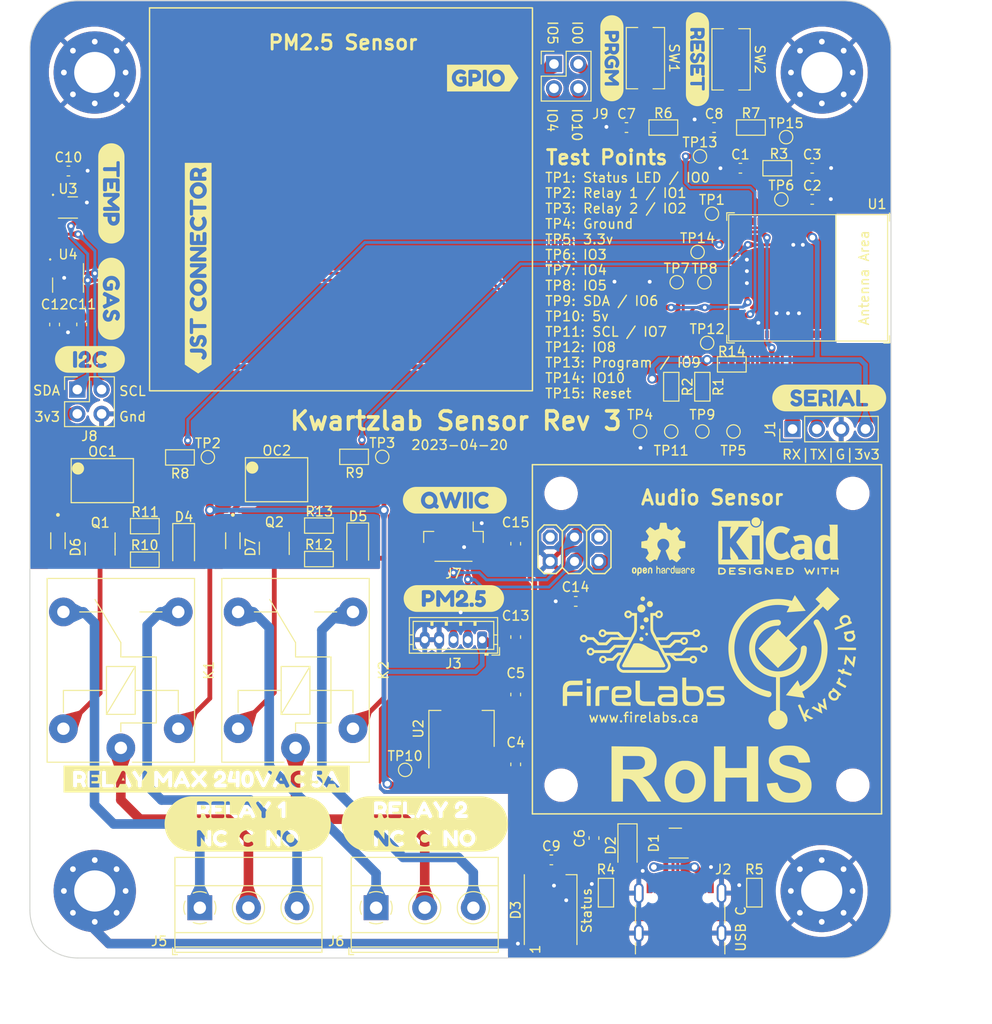
<source format=kicad_pcb>
(kicad_pcb (version 20221018) (generator pcbnew)
  (title_block (title "Kwartzlab Environmental Sensor") (date "2023-04-20") (rev "3") (company "Created By: Erin Reed (FireLabs - www.firelabs.ca)"))
  (layers (0 "F.Cu" signal) (31 "B.Cu" signal) (34 "B.Paste" user) (35 "F.Paste" user) (36 "B.SilkS" user "B.Silkscreen") (37 "F.SilkS" user "F.Silkscreen") (38 "B.Mask" user) (39 "F.Mask" user) (44 "Edge.Cuts" user))
  (net 0 "")
  (net 1 "GND")
  (net 2 "RESET")
  (net 3 "+3V3")
  (net 4 "+5V")
  (net 5 "Net-(C7-Pad2)")
  (net 6 "/USB_DP")
  (net 7 "/USB_DN")
  (net 8 "VBUS")
  (net 9 "/Status LED/D_OUT")
  (net 10 "Net-(C8-Pad2)")
  (net 11 "/USB C Connector/USB_CC1")
  (net 12 "STATUS")
  (net 13 "/Output Relays/RELAY1_STATUS_LED")
  (net 14 "/Output Relays/RELAY2_STATUS_LED")
  (net 15 "SDA")
  (net 16 "SCL")
  (net 17 "/Output Relays/RELAY1_EN")
  (net 18 "/Output Relays/RELAY2_EN")
  (net 21 "/Output Relays/RELAY1_NC")
  (net 26 "/Output Relays/RELAY1_COM")
  (net 28 "/Output Relays/RELAY1_NO")
  (net 29 "/Output Relays/RELAY2_NC")
  (net 34 "/RX")
  (net 35 "/TX")
  (net 40 "/Output Relays/RELAY2_COM")
  (net 41 "/Output Relays/RELAY2_NO")
  (net 42 "Net-(OC1-Pad1)")
  (net 43 "Net-(OC1-Pad3)")
  (net 44 "BOOT")
  (net 45 "RELAY1")
  (net 46 "RELAY2")
  (net 47 "GPIO3")
  (net 48 "GPIO4")
  (net 49 "GPIO5")
  (net 50 "GPIO8")
  (net 51 "GPIO10")
  (net 52 "/USB C Connector/USB_CC2")
  (net 57 "Net-(OC2-Pad1)")
  (net 58 "Net-(OC2-Pad3)")
  (net 59 "Net-(Q1-B)")
  (net 60 "Net-(Q2-B)")
  (footprint "Connector_PinHeader_2.54mm:PinHeader_2x02_P2.54mm_Vertical" (layer "F.Cu") (at 95 99.27)
    (fp_text reference "J8")
    (fp_text value "Conn_02x02_Odd_Even")
  )
  (footprint "Button_Switch_SMD:SW_Tactile_SPST_NO_Straight_CK_PTS636Sx25SMTRLFS" (layer "F.Cu") (at 154.35 64.65 -90)
    (fp_text reference "SW1")
    (fp_text value "SW_Push")
  )
  (footprint "Capacitor_SMD:C_0603_1608Metric" (layer "F.Cu") (at 152.375 71.9)
    (fp_text reference "C7")
    (fp_text value "0.1uF / 50v (10%) (NC)")
  )
  (footprint "MountingHole:MountingHole_4.3mm_M4_Pad_Via" (layer "F.Cu") (at 172.782188 66.15)
    (fp_text reference "H3" hide)
    (fp_text value "M4" hide)
  )
  (footprint "MountingHole:MountingHole_4.3mm_M4_Pad_Via" (layer "F.Cu") (at 96.825 151.65)
    (fp_text reference "H1" hide)
    (fp_text value "M4" hide)
  )
  (footprint "PCM_Resistor_SMD_AKL:R_0603_1608Metric" (layer "F.Cu") (at 120.245 113.48 180)
    (fp_text reference "R13")
    (fp_text value "470 (1%)" hide)
  )
  (footprint "Connector_PinHeader_2.54mm:PinHeader_1x04_P2.54mm_Vertical" (layer "F.Cu") (at 169.72 103.4 90)
    (fp_text reference "J1")
    (fp_text value "Serial Interface")
  )
  (footprint "TestPoint:TestPoint_Pad_D1.0mm" (layer "F.Cu") (at 161.3 80.9)
    (fp_text reference "TP1")
    (fp_text value "Status")
  )
  (footprint "MountingHole:MountingHole_4.3mm_M4_Pad_Via" (layer "F.Cu") (at 96.825 66.15)
    (fp_text reference "H4" hide)
    (fp_text value "M4")
  )
  (footprint "Package_TO_SOT_SMD:SOT-23" (layer "F.Cu") (at 115.58 115.8525 -90)
    (fp_text reference "Q2")
    (fp_text value "MMBT3904")
  )
  (footprint "Symbol:OSHW-Logo2_7.3x6mm_SilkScreen" (layer "F.Cu") (at 156.22 115.94)
    (fp_text reference "REF**" hide)
    (fp_text value "OSHW-Logo2_7.3x6mm_SilkScreen" hide)
  )
  (footprint "kibuzzard-64420C16" (layer "F.Cu") (at 98.56 78.779914 -90)
    (fp_text reference "kibuzzard-64420C16" hide)
    (fp_text value "G***" hide)
  )
  (footprint "Connector_JST:JST_ZH_B5B-ZR_1x05_P1.50mm_Vertical" (layer "F.Cu") (at 137.3 125.4 180)
    (fp_text reference "J3")
    (fp_text value "PM2.5 Sensor")
  )
  (footprint "Symbol:RoHS-Logo_6mm_SilkScreen" (layer "F.Cu") (at 161.271137 139.428748)
    (fp_text reference "REF**" hide)
    (fp_text value "RoHS-Logo_6mm_SilkScreen" hide)
  )
  (footprint "Espressif:ESP32-C3-MINI-1" (layer "F.Cu") (at 171.35 87.6 -90)
    (fp_text reference "U1")
    (fp_text value "ESP32-C3-MINI-1")
  )
  (footprint "PCM_Resistor_SMD_AKL:R_0603_1608Metric" (layer "F.Cu") (at 150.23 151.825 -90)
    (fp_text reference "R4")
    (fp_text value "5.11k" hide)
  )
  (footprint "Relay_THT:Relay_SPDT_Finder_36.11" (layer "F.Cu") (at 117.8 136.7 90)
    (fp_text reference "K2")
    (fp_text value "5v Relay")
  )
  (footprint "Capacitor_SMD:C_0603_1608Metric" (layer "F.Cu") (at 171.775 79.4)
    (fp_text reference "C2")
    (fp_text value "10uF / 25v (20%)")
  )
  (footprint "LOGO" (layer "F.Cu") (at 168.2 126.35)
    (fp_text reference "G***" hide)
    (fp_text value "LOGO" hide)
  )
  (footprint "MountingHole:MountingHole_4.3mm_M4_Pad_Via" (layer "F.Cu") (at 172.769581 151.65)
    (fp_text reference "H2" hide)
    (fp_text value "M4" hide)
  )
  (footprint "kibuzzard-644479D4" (layer "F.Cu") (at 108.51 139.96)
    (fp_text reference "kibuzzard-644479D4" hide)
    (fp_text value "G***" hide)
  )
  (footprint "kibuzzard-64420E8B" (layer "F.Cu") (at 107.63 86.59 90)
    (fp_text reference "kibuzzard-64420E8B" hide)
    (fp_text value "G***" hide)
  )
  (footprint "Capacitor_SMD:C_0603_1608Metric" (layer "F.Cu") (at 147.075 121.4 180)
    (fp_text reference "C14")
    (fp_text value "10uF / 25v (20%)")
  )
  (footprint "PCM_Resistor_SMD_AKL:R_0603_1608Metric" (layer "F.Cu") (at 160.3 98.975 -90)
    (fp_text reference "R1")
    (fp_text value "5.1k (1%)" hide)
  )
  (footprint "Capacitor_SMD:C_0603_1608Metric" (layer "F.Cu") (at 94.075 76.441017)
    (fp_text reference "C10")
    (fp_text value "10uF / 25v (20%)")
  )
  (footprint "kibuzzard-64420C1B" (layer "F.Cu") (at 98.55521 89.785179 -90)
    (fp_text reference "kibuzzard-64420C1B" hide)
    (fp_text value "G***" hide)
  )
  (footprint "TerminalBlock_Phoenix:TerminalBlock_Phoenix_MKDS-1,5-3-5.08_1x03_P5.08mm_Horizontal" (layer "F.Cu") (at 126.215 153.4)
    (fp_text reference "J6")
    (fp_text value "Screw_Terminal_01x03")
  )
  (footprint "TestPoint:TestPoint_Pad_D1.0mm" (layer "F.Cu") (at 129.25 139)
    (fp_text reference "TP10")
    (fp_text value "5V")
  )
  (footprint "Capacitor_SMD:C_0603_1608Metric" (layer "F.Cu") (at 140.8 115.375 90)
    (fp_text reference "C15")
    (fp_text value "10uF / 25v (20%)")
  )
  (footprint "LED_SMD:LED_WS2812B_PLCC4_5.0x5.0mm_P3.2mm" (layer "F.Cu") (at 144.45 153.6 90)
    (fp_text reference "D3")
    (fp_text value "WS2812B")
  )
  (footprint "Capacitor_SMD:C_0603_1608Metric" (layer "F.Cu") (at 140.8 125.125 90)
    (fp_text reference "C13")
    (fp_text value "10uF / 25v (20%)")
  )
  (footprint "Symbol:KiCad-Logo2_5mm_SilkScreen" (layer "F.Cu") (at 168.24 115.6)
    (fp_text reference "REF**" hide)
    (fp_text value "KiCad-Logo2_5mm_SilkScreen" hide)
  )
  (footprint "PCM_Resistor_SMD_AKL:R_0603_1608Metric" (layer "F.Cu") (at 165.73 151.825 -90)
    (fp_text reference "R5")
    (fp_text value "5.11k" hide)
  )
  (footprint "TestPoint:TestPoint_Pad_D1.0mm" (layer "F.Cu") (at 160.3 103.65 90)
    (fp_text reference "TP9")
    (fp_text value "SDA")
  )
  (footprint "LL4148:DIO_LL4148" (layer "F.Cu") (at 92.98 115.062 -90)
    (fp_text reference "D6")
    (fp_text value "LL4148")
  )
  (footprint "Button_Switch_SMD:SW_Tactile_SPST_NO_Straight_CK_PTS636Sx25SMTRLFS" (layer "F.Cu") (at 163.3 64.775 -90)
    (fp_text reference "SW2")
    (fp_text value "SW_Push")
  )
  (footprint "Capacitor_SMD:C_0603_1608Metric" (layer "F.Cu") (at 140.8 131.125 90)
    (fp_text reference "C5")
    (fp_text value "10uF / 25v (20%)")
  )
  (footprint "TestPoint:TestPoint_Pad_D1.0mm" (layer "F.Cu") (at 153.8 103.65 90)
    (fp_text reference "TP4")
    (fp_text value "GND")
  )
  (footprint "PCM_Resistor_SMD_AKL:R_0603_1608Metric" (layer "F.Cu") (at 165.375 71.9)
    (fp_text reference "R7")
    (fp_text value "100" hide)
  )
  (footprint "Diode_SMD:D_SOD-123" (layer "F.Cu") (at 152.48 147 -90)
    (fp_text reference "D2")
    (fp_text value "1N5819HW-7-F")
  )
  (footprint "PCM_Resistor_SMD_AKL:R_0603_1608Metric" (layer "F.Cu") (at 102.055 117.04 180)
    (fp_text reference "R10")
    (fp_text value "1k (1%)" hide)
  )
  (footprint "TestPoint:TestPoint_Pad_D1.0mm" (layer "F.Cu") (at 126.86 106.3)
    (fp_text reference "TP3")
    (fp_text value "Relay 2")
  )
  (footprint "Capacitor_SMD:C_0603_1608Metric" (layer "F.Cu") (at 164.275 76.15)
    (fp_text reference "C1")
    (fp_text value "1uF / 16v (10%)")
  )
  (footprint "Connector_JST:JST_SH_BM04B-SRSS-TB_1x04-1MP_P1.00mm_Vertical" (layer "F.Cu") (at 134.3 115.2 180)
    (fp_text reference "J7")
    (fp_text value "Qwiic Connector")
  )
  (footprint "Capacitor_SMD:C_0603_1608Metric" (layer "F.Cu") (at 161.525 71.9)
    (fp_text reference "C8")
    (fp_text value "0.1uF / 50v (10%) (NC)")
  )
  (footprint "PCM_Resistor_SMD_AKL:R_0603_1608Metric" (layer "F.Cu") (at 163.375 96.64)
    (fp_text reference "R14")
    (fp_text value "10k (1%)" hide)
  )
  (footprint "TestPoint:TestPoint_Pad_D1.0mm" (layer "F.Cu") (at 160.05 74.9)
    (fp_text reference "TP13")
    (fp_text value "Program")
  )
  (footprint "LTV-816S:SMD4-2.54-4.6X6.5MM" (layer "F.Cu") (at 97.615 108.785 -90)
    (fp_text reference "OC1")
    (fp_text value "APC-817A1")
  )
  (footprint "TestPoint:TestPoint_Pad_D1.0mm" (layer "F.Cu") (at 168.55 79.4)
    (fp_text reference "TP6")
    (fp_text value "GPIO3")
  )
  (footprint "TerminalBlock_Phoenix:TerminalBlock_Phoenix_MKDS-1,5-3-5.08_1x03_P5.08mm_Horizontal" (layer "F.Cu") (at 107.8 153.4)
    (fp_text reference "J5")
    (fp_text value "Screw_Terminal_01x03")
  )
  (footprint "LTV-816S:SMD4-2.54-4.6X6.5MM" (layer "F.Cu") (at 115.82 108.69 -90)
    (fp_text reference "OC2")
    (fp_text value "APC-817A1")
  )
  (footprint "kibuzzard-64420C54" (layer "F.Cu") (at 131.3 144.65)
    (fp_text reference "kibuzzard-64420C54" hide)
    (fp_text value "G***" hide)
  )
  (footprint "Zio Loudness Sensor:zio_loudness_sensor" (layer "F.Cu") (at 147.062928 115.954144 180)
    (fp_text reference "J4" hide)
    (fp_text value "Zio Loudness Sensor")
  )
  (footprint "kibuzzard-64420A6A" (layer "F.Cu") (at 96.32 96.12)
    (fp_text reference "kibuzzard-64420A6A" hide)
    (fp_text value "G***" hide)
  )
  (footprint "PCM_Resistor_SMD_AKL:R_0603_1608Metric" (layer "F.Cu") (at 120.245 116.98 180)
    (fp_text reference "R12")
    (fp_text value "1k (1%)" hide)
  )
  (footprint "kibuzzard-644209FA" (layer "F.Cu") (at 134.44 110.83)
    (fp_text reference "kibuzzard-644209FA" hide)
    (fp_text value "G***" hide)
  )
  (footprint "LL4148:DIO_LL4148" (layer "F.Cu") (at 111.252 115.062 -90)
    (fp_text reference "D7")
    (fp_text value "LL4148")
  )
  (footprint "kibuzzard-64420A01" (layer "F.Cu") (at 134.34 121.1)
    (fp_text reference "kibuzzard-64420A01" hide)
    (fp_text value "G***" hide)
  )
  (footprint "TestPoint:TestPoint_Pad_D1.0mm" (layer "F.Cu") (at 157.05 103.65 90)
    (fp_text reference "TP11")
    (fp_text value "SCL")
  )
  (footprint "kibuzzard-64444232" (layer "F.Cu") (at 137.36 66.73)
    (fp_text reference "kibuzzard-64444232" hide)
    (fp_text value "G***" hide)
  )
  (footprint "kibuzzard-64420CCA" (layer "F.Cu") (at 150.85 64.66 -90)
    (fp_text reference "kibuzzard-64420CCA" hide)
    (fp_text value "G***" hide)
  )
  (footprint "TestPoint:TestPoint_Pad_D1.0mm" (layer "F.Cu") (at 159.8 84.9)
    (fp_text reference "TP14")
    (fp_text value "GPIO10")
  )
  (footprint "Capacitor_SMD:C_0603_1608Metric" (layer "F.Cu") (at 171.775 76.15)
    (fp_text reference "C3")
    (fp_text value "0.1uF / 50v (10%)")
  )
  (footprint "Package_LGA:Bosch_LGA-8_3x3mm_P0.8mm_ClockwisePinNumbering" (layer "F.Cu") (at 94.032481 87.609368)
    (fp_text reference "U4")
    (fp_text value "BME688")
  )
  (footprint "TestPoint:TestPoint_Pad_D1.0mm" (layer "F.Cu") (at 160.51 88.06)
    (fp_text reference "TP8")
    (fp_text value "GPIO5")
  )
  (footprint "LED_SMD:LED_1206_3216Metric" (layer "F.Cu") (at 106.11 115.5525 -90)
    (fp_text reference "D4")
    (fp_text value "LED")
  )
  (footprint "TestPoint:TestPoint_Pad_D1.0mm" (layer "F.Cu") (at 163.55 103.65 90)
    (fp_text reference "TP5")
    (fp_text value "3V3")
  )
  (footprint "TestPoint:TestPoint_Pad_D1.0mm" (layer "F.Cu") (at 160.8 94.4)
    (fp_text reference "TP12")
    (fp_text value "GPIO8")
  )
  (footprint "Capacitor_SMD:C_0603_1608Metric" (layer "F.Cu") (at 148.98 146.125 -90)
    (fp_text reference "C6")
    (fp_text value "10uF / 25v (20%)")
  )
  (footprint "Connector_USB:USB_C_Receptacle_GCT_USB4105-xx-A_16P_TopMnt_Horizontal" (layer "F.Cu") (at 157.98 154.975)
    (fp_text reference "J2")
    (fp_text value "USB_C_Receptacle_USB2.0")
  )
  (footprint "Connector_PinHeader_2.54mm:PinHeader_2x02_P2.54mm_Vertical" (layer "F.Cu") (at 144.8 65.26)
    (fp_text reference "J9")
    (fp_text value "Conn_02x02_Odd_Even")
  )
  (footprint "PCM_Resistor_SMD_AKL:R_0603_1608Metric" (layer "F.Cu") (at 157.05 98.975 -90)
    (fp_text reference "R2")
    (fp_text value "5.1k (1%)" hide)
  )
  (footprint "PCM_Resistor_SMD_AKL:R_0603_1608Metric" (layer "F.Cu") (at 102.055 113.54 180)
    (fp_text reference "R11")
    (fp_text value "470 (1%)" hide)
  )
  (footprint "Sensor_Humidity:Sensirion_DFN-4-1EP_2x2mm_P1mm_EP0.7x1.6mm" (layer "F.Cu") (at 94.025 80.253517)
    (fp_text reference "U3")
    (fp_text value "SHTC3")
  )
  (footprint "PCM_Resistor_SMD_AKL:R_0603_1608Metric" (layer "F.Cu") (at 123.915 106.3 180)
    (fp_text reference "R9")
    (fp_text value "1k (1%)" hide)
  )
  (footprint "PCM_Resistor_SMD_AKL:R_0603_1608Metric" (layer "F.Cu") (at 105.725 106.36 180)
    (fp_text reference "R8")
    (fp_text value "1k (1%)" hide)
  )
  (footprint "TestPoint:TestPoint_Pad_D1.0mm" (layer "F.Cu") (at 169.05 72.9)
    (fp_text reference "TP15")
    (fp_text value "Reset")
  )
  (footprint "Package_TO_SOT_SMD:SOT-223-3_TabPin2" (layer "F.Cu") (at 135.14 134.7 90)
    (fp_text reference "U2")
    (fp_text value "AMS1117-3.3")
  )
  (footprint "LED_SMD:LED_1206_3216Metric" (layer "F.Cu") (at 124.3 115.4925 -90)
    (fp_text reference "D5")
    (fp_text value "LED")
  )
  (footprint "kibuzzard-64420C24" (layer "F.Cu") (at 173.55 100.15)
    (fp_text reference "kibuzzard-64420C24" hide)
    (fp_text value "G***" hide)
  )
  (footprint "Package_TO_SOT_SMD:SOT-143" (layer "F.Cu") (at 157.48 146.65 180)
    (fp_text reference "D1")
    (fp_text value "SP0503BAHT")
  )
  (footprint "Capacitor_SMD:C_0603_1608Metric" (layer "F.Cu") (at 140.8 138.425 90)
    (fp_text reference "C4")
    (fp_text value "10uF / 25v (20%)")
  )
  (footprint "" (layer "F.Cu") (at 92.98 113.112)
    (fp_text reference "")
    (fp_text value "")
  )
  (footprint "PCM_Resistor_SMD_AKL:R_0603_1608Metric" (layer "F.Cu") (at 156.225 71.9)
    (fp_text reference "R6")
    (fp_text value "100" hide)
  )
  (footprint "Package_TO_SOT_SMD:SOT-23" (layer "F.Cu") (at 97.39 115.9125 -90)
    (fp_text reference "Q1")
    (fp_text value "MMBT3904")
  )
  (footprint "Relay_THT:Relay_SPDT_Finder_36.11" (layer "F.Cu") (at 99.55 136.7 90)
    (fp_text reference "K1")
    (fp_text value "5v Relay")
  )
  (footprint "Capacitor_SMD:C_0603_1608Metric" (layer "F.Cu") (at 95.457758 92.465 -90)
    (fp_text reference "C11")
    (fp_text value "10uF / 25v (20%)")
  )
  (footprint "Capacitor_SMD:C_0603_1608Metric" (layer "F.Cu") (at 144.525 148.4)
    (fp_text reference "C9")
    (fp_text value "10uF / 25v (20%)")
  )
  (footprint "kibuzzard-64420C5E" (layer "F.Cu") (at 112.8 144.65)
    (fp_text reference "kibuzzard-64420C5E" hide)
    (fp_text value "G***" hide)
  )
  (footprint "TestPoint:TestPoint_Pad_D1.0mm" (layer "F.Cu") (at 157.62 88.06)
    (fp_text reference "TP7")
    (fp_text value "GPIO4")
  )
  (footprint "LOGO" (layer "F.Cu") (at 154.17 126.6)
    (fp_text reference "G***" hide)
    (fp_text value "LOGO" hide)
  )
  (footprint "TestPoint:TestPoint_Pad_D1.0mm" (layer "F.Cu") (at 108.64 106.33)
    (fp_text reference "TP2")
    (fp_text value "Relay 1")
  )
  (footprint "PCM_Resistor_SMD_AKL:R_0603_1608Metric" (layer "F.Cu") (at 168.125 76.15 180)
    (fp_text reference "R3")
    (fp_text value "10k (1%)" hide)
  )
  (footprint "kibuzzard-64420CBE" (layer "F.Cu") (at 159.79 64.76 -90)
    (fp_text reference "kibuzzard-64420CBE" hide)
    (fp_text value "G***" hide)
  )
  (footprint "Capacitor_SMD:C_0603_1608Metric" (layer "F.Cu") (at 92.627758 92.475 -90)
    (fp_text reference "C12")
    (fp_text value "10uF / 25v (20%)")
  )
  (gr_rect (start 102.55 59.4) (end 142.55 99.4) (stroke (width 0.15)) (fill none) (layer "F.SilkS"))
  (gr_arc (start 180.007188 153.65) (mid 178.542721 157.18553) (end 175.007188 158.65) (stroke (width 0.1)) (layer "Edge.Cuts"))
  (gr_arc (start 90.05 63.65) (mid 91.514466 60.114466) (end 95.05 58.65) (stroke (width 0.1)) (layer "Edge.Cuts"))
  (gr_line (start 175.007188 158.65) (end 95.05 158.65) (stroke (width 0.1)) (layer "Edge.Cuts"))
  (gr_arc (start 175.007188 58.65) (mid 178.54273 60.114462) (end 180.007188 63.65) (stroke (width 0.1)) (layer "Edge.Cuts"))
  (gr_line (start 180.007188 63.65) (end 180.007188 153.65) (stroke (width 0.1)) (layer "Edge.Cuts"))
  (gr_line (start 90.05 153.65) (end 90.05 63.65) (stroke (width 0.1)) (layer "Edge.Cuts"))
  (gr_arc (start 95.05 158.65) (mid 91.514466 157.185534) (end 90.05 153.65) (stroke (width 0.1)) (layer "Edge.Cuts"))
  (gr_line (start 95.05 58.65) (end 175.007188 58.65) (stroke (width 0.1)) (layer "Edge.Cuts"))
  (gr_text "PM2.5 Sensor" (at 114.8 63.9) (layer "F.SilkS") (effects (font (size 1.5 1.5) (thickness 0.3) bold) (justify left bottom)))
  (gr_text "IO10" (at 146.6 69.80467 270) (layer "F.SilkS") (effects (font (size 1 1)) (justify left bottom)))
  (gr_text "SDA\n" (at 90.29 99.96001) (layer "F.SilkS") (effects (font (size 1 1)) (justify left bottom)))
  (gr_text "USB C" (at 164.91 158.1 90) (layer "F.SilkS") (effects (font (size 1 1)) (justify left bottom)))
  (gr_text "Audio Sensor" (at 153.732928 111.434144) (layer "F.SilkS") (effects (font (size 1.5 1.5) (thickness 0.3) bold) (justify left bottom)))
  (gr_text "IO5" (at 144.06 60.665067 270) (layer "F.SilkS") (effects (font (size 1 1)) (justify left bottom)))
  (gr_text "Kwartzlab Sensor Rev 3" (at 134.55 103.65) (layer "F.SilkS") (effects (font (size 1.9 1.9) (thickness 0.38) bold) (justify bottom)))
  (gr_text "www.firelabs.ca" (at 148.327387 134.11) (layer "F.SilkS") (effects (font (size 1 1)) (justify left bottom)))
  (gr_text "2023-04-20" (at 129.8 105.65) (layer "F.SilkS") (effects (font (size 1 1)) (justify left bottom)))
  (gr_text "Status" (at 148.8 156.15 90) (layer "F.SilkS") (effects (font (size 1 1)) (justify left bottom)))
  (gr_text "IO0" (at 146.64 60.665067 270) (layer "F.SilkS") (effects (font (size 1 1)) (justify left bottom)))
  (gr_text "IO4" (at 144.02 69.80467 270) (layer "F.SilkS") (effects (font (size 1 1)) (justify left bottom)))
  (gr_text "SCL" (at 99.29 100.017603) (layer "F.SilkS") (effects (font (size 1 1)) (justify left bottom)))
  (gr_text "Gnd" (at 99.28 102.687603) (layer "F.SilkS") (effects (font (size 1 1)) (justify left bottom)))
  (gr_text "RX|TX|G|3v3" (at 168.55 106.65) (layer "F.SilkS") (effects (font (size 1 1)) (justify left bottom)))
  (gr_text "TP1: Status LED / IO0\nTP2: Relay 1 / IO1\nTP3: Relay 2 / IO2\nTP4: Ground\nTP5: 3.3v\nTP6: IO3\nTP7: IO4\nTP8: IO5\nTP9: SDA / IO6\nTP10: 5v\nTP11: SCL / IO7\nTP12: IO8\nTP13: Program / IO9\nTP14: IO10\nTP15: Reset" (at 143.79 100.26) (layer "F.SilkS") (effects (font (size 1 1)) (justify left bottom)))
  (gr_text "Test Points" (at 143.8 75.9) (layer "F.SilkS") (effects (font (size 1.5 1.5) (thickness 0.3) bold) (justify left bottom)))
  (gr_text "3v3" (at 90.43 102.71001) (layer "F.SilkS") (effects (font (size 1 1)) (justify left bottom)))
  (segment (start 96.825 155.675) (end 96.825 151.65) (width 1) (layer "F.Cu") (net 1))
  (segment (start 98.3 157.15) (end 96.825 155.675) (width 1) (layer "F.Cu") (net 1))
  (segment (start 98.3 157.15) (end 141.03 157.15) (width 1) (layer "F.Cu") (net 1))
  (via (at 94.03 93.29) (size 0.8) (drill 0.4) (layers "F.Cu" "B.Cu") (net 1))
  (via (at 170.4 91.3) (size 0.8) (drill 0.4) (layers "F.Cu" "B.Cu") (net 1))
  (via (at 141.03 157.15) (size 0.8) (drill 0.4) (layers "F.Cu" "B.Cu") (net 1))
  (via (at 169.25 91.3) (size 0.8) (drill 0.4) (layers "F.Cu" "B.Cu") (net 1))
  (via (at 144.98 121.39) (size 0.8) (drill 0.4) (layers "F.Cu" "B.Cu") (net 1))
  (via (at 173.75 76.13) (size 0.8) (drill 0.4) (layers "F.Cu" "B.Cu") (net 1))
  (via (at 159.49 71.05) (size 0.8) (drill 0.4) (layers "F.Cu" "B.Cu") (net 1))
  (via (at 153.84 105.36) (size 0.8) (drill 0.4) (layers "F.Cu" "B.Cu") (net 1))
  (via (at 144.8 151.09) (size 0.8) (drill 0.4) (layers "F.Cu" "B.Cu") (net 1))
  (via (at 161.2 149.15) (size 0.8) (drill 0.4) (layers "F.Cu" "B.Cu") (net 1))
  (via (at 96 79.73) (size 0.8) (drill 0.4) (layers "F.Cu" "B.Cu") (net 1))
  (via (at 168.05 91.3) (size 0.8) (drill 0.4) (layers "F.Cu" "B.Cu") (net 1))
  (via (at 162.19 76.15) (size 0.8) (drill 0.4) (layers "F.Cu" "B.Cu") (net 1))
  (via (at 170.8 84.15) (size 0.8) (drill 0.4) (layers "F.Cu" "B.Cu") (net 1))
  (via (at 93.63 87.6) (size 0.8) (drill 0.4) (layers "F.Cu" "B.Cu") (net 1))
  (via (at 150.28 71.83) (size 0.8) (drill 0.4) (layers "F.Cu" "B.Cu") (net 1))
  (via (at 154.07 149.55) (size 0.8) (drill 0.4) (layers "F.Cu" "B.Cu") (net 1))
  (via (at 154.8 88.01) (size 0.8) (drill 0.4) (layers "F.Cu" "B.Cu") (net 1))
  (via (at 164.95 86.9) (size 0.8) (drill 0.4) (layers "F.Cu" "B.Cu") (net 1))
  (via (at 166.15 92.3) (size 0.8) (drill 0.4) (layers "F.Cu" "B.Cu") (net 1))
  (via (at 135.41 115.73) (size 0.8) (drill 0.4) (layers "F.Cu" "B.Cu") (net 1))
  (via (at 164.95 85.7) (size 0.8) (drill 0.4) (layers "F.Cu" "B.Cu") (net 1))
  (via (at 148.75 150.92) (size 0.8) (drill 0.4) (layers "F.Cu" "B.Cu") (net 1))
  (via (at 96.08 76.41) (size 0.8) (drill 0.4) (layers "F.Cu" "B.Cu") (net 1))
  (via (at 164.15 151.04) (size 0.8) (drill 0.4) (layers "F.Cu" "B.Cu") (net 1))
  (via (at 137.25 113.23) (size 0.8) (drill 0.4) (layers "F.Cu" "B.Cu") (net 1))
  (via (at 146.08 152.62) (size 0.8) (drill 0.4) (layers "F.Cu" "B.Cu") (net 1))
  (via (at 169.8 84.15) (size 0.8) (drill 0.4) (layers "F.Cu" "B.Cu") (net 1))
  (via (at 173.72 79.38) (size 0.8) (drill 0.4) (layers "F.Cu" "B.Cu") (net 1))
  (via (at 164.95 88.15) (size 0.8) (drill 0.4) (layers "F.Cu" "B.Cu") (net 1))
  (via (at 135.05 122.54) (size 0.8) (drill 0.4) (layers "F.Cu" "B.Cu") (net 1))
  (via (at 151.12 88) (size 0.8) (drill 0.4) (layers "F.Cu" "B.Cu") (net 1))
  (segment (start 96.825 155.675) (end 96.825 151.65) (width 1) (layer "B.Cu") (net 1))
  (segment (start 98.3 157.15) (end 96.825 155.675) (width 1) (layer "B.Cu") (net 1))
  (segment (start 141.03 157.15) (end 98.3 157.15) (width 1) (layer "B.Cu") (net 1))
  (segment (start 166.22 71.92) (end 166.22 72.82) (width 0.3) (layer "F.Cu") (net 2))
  (segment (start 167.05 79.9) (end 166.22 79.07) (width 0.3) (layer "F.Cu") (net 2))
  (segment (start 166.22 79.07) (end 166.22 76.23) (width 0.3) (layer "F.Cu") (net 2))
  (segment (start 166.3 76.15) (end 167.3 76.15) (width 0.3) (layer "F.Cu") (net 2))
  (segment (start 166.22 76.23) (end 166.3 76.15) (width 0.3) (layer "F.Cu") (net 2))
  (segment (start 166.22 72.82) (end 166.3 72.9) (width 0.3) (layer "F.Cu") (net 2))
  (segment (start 166.22 76.07) (end 166.3 76.15) (width 0.3) (layer "F.Cu") (net 2))
  (segment (start 169.05 72.9) (end 166.3 72.9) (width 0.3) (layer "F.Cu") (net 2))
  (segment (start 165.05 76.15) (end 166.3 76.15) (width 0.3) (layer "F.Cu") (net 2))
  (segment (start 167.05 81.7) (end 167.05 79.9) (width 0.3) (layer "F.Cu") (net 2))
  (segment (start 166.22 72.82) (end 166.22 76.07) (width 0.3) (layer "F.Cu") (net 2))
  (segment (start 160.8 96.15) (end 160.3 96.65) (width 0.5) (layer "F.Cu") (net 3))
  (segment (start 94.432481 88.796868) (end 94.432481 89.712481) (width 0.5) (layer "F.Cu") (net 3))
  (segment (start 163.55 110.05) (end 156.375856 117.224144) (width 0.5) (layer "F.Cu") (net 3))
  (segment (start 156.375856 117.224144) (end 155.32 117.224144) (width 0.5) (layer "F.Cu") (net 3))
  (segment (start 168.95 76.15) (end 171 76.15) (width 0.5) (layer "F.Cu") (net 3))
  (segment (start 171 79.4) (end 171 76.15) (width 0.5) (layer "F.Cu") (net 3))
  (segment (start 139.83 114.6) (end 138.79 113.56) (width 0.5) (layer "F.Cu") (net 3))
  (segment (start 154.07 123.65) (end 155.29 122.43) (width 0.5) (layer "F.Cu") (net 3))
  (segment (start 162.55 98.15) (end 160.3 98.15) (width 0.5) (layer "F.Cu") (net 3))
  (segment (start 94.01 96.89) (end 91.33 96.89) (width 0.5) (layer "F.Cu") (net 3))
  (segment (start 92.627758 91.7) (end 95.447758 91.7) (width 0.5) (layer "F.Cu") (net 3))
  (segment (start 142.3 131.9) (end 142.8 131.4) (width 0.5) (layer "F.Cu") (net 3))
  (segment (start 139.18 131.91) (end 140.79 131.91) (width 0.5) (layer "F.Cu") (net 3))
  (segment (start 135.3 111.9) (end 138.8 111.9) (width 0.5) (layer "F.Cu") (net 3))
  (segment (start 163.55 99.15) (end 163.045 98.645) (width 0.5) (layer "F.Cu") (net 3))
  (segment (start 91.33 96.89) (end 91.33 91.69) (width 0.5) (layer "F.Cu") (net 3))
  (segment (start 93.1 77.66) (end 93.3 77.46) (width 0.5) (layer "F.Cu") (net 3))
  (segment (start 160.3 96.65) (end 160.3 98.15) (width 0.5) (layer "F.Cu") (net 3))
  (segment (start 92.28 101.81) (end 95 101.81) (width 0.5) (layer "F.Cu") (net 3))
  (segment (start 134.8 113.875) (end 134.8 112.4) (width 0.5) (layer "F.Cu") (net 3))
  (segment (start 149.482928 117.224144) (end 155.32 117.224144) (width 0.5) (layer "F.Cu") (net 3))
  (segment (start 93.632481 86.421868) (end 93.632481 84.902481) (width 0.5) (layer "F.Cu") (net 3))
  (segment (start 91.34 91.7) (end 91.33 91.69) (width 0.5) (layer "F.Cu") (net 3))
  (segment (start 142.3 97.98) (end 141.21 96.89) (width 0.5) (layer "F.Cu") (net 3))
  (segment (start 91.33 84.46) (end 91.33 79.28) (width 0.5) (layer "F.Cu") (net 3))
  (segment (start 138.82 131.55) (end 139.18 131.91) (width 0.5) (layer "F.Cu") (net 3))
  (segment (start 93.632481 84.902481) (end 93.19 84.46) (width 0.5) (layer "F.Cu") (net 3))
  (segment (start 92.2 78.41) (end 93.1 78.41) (width 0.5) (layer "F.Cu") (net 3))
  (segment (start 171.05 81.7) (end 171.05 79.45) (width 0.5) (layer "F.Cu") (net 3))
  (segment (start 148.74 121.4) (end 149.482928 120.657072) (width 0.5) (layer "F.Cu") (net 3))
  (segment (start 93.1 79.753517) (end 93.1 78.41) (width 0.5) (layer "F.Cu") (net 3))
  (segment (start 142.3 111.9) (end 142.3 118.91) (width 0.5) (layer "F.Cu") (net 3))
  (segment (start 134.8 112.4) (end 135.3 111.9) (width 0.5) (layer "F.Cu") (net 3))
  (segment (start 93.19 84.46) (end 91.33 84.46) (width 0.5) (layer "F.Cu") (net 3))
  (segment (start 163.55 103.65) (end 163.55 99.15) (width 0.5) (layer "F.Cu") (net 3))
  (segment (start 92.627758 91.7) (end 91.34 91.7) (width 0.5) (layer "F.Cu") (net 3))
  (segment (start 92.832481 88.796868) (end 92.832481 90.247519) (width 0.5) (layer "F.Cu") (net 3))
  (segment (start 92.627758 90.452242) (end 92.627758 91.7) (width 0.5) (layer "F.Cu") (net 3))
  (segment (start 93.3 77.46) (end 93.3 76.441017) (width 0.5) (layer "F.Cu") (net 3))
  (segment (start 142.8 131.4) (end 142.8 123.65) (width 0.5) (layer "F.Cu") (net 3))
  (segment (start 93.1 78.41) (end 93.1 77.66) (width 0.5) (layer "F.Cu") (net 3))
  (segment (start 142.3 118.91) (end 142.8 119.41) (width 0.5) (layer "F.Cu") (net 3))
  (segment (start 157.05 98.15) (end 155.05 98.15) (width 0.5) (layer "F.Cu") (net 3))
  (segment (start 171.05 81.7) (end 171.05 82.65) (width 0.5) (layer "F.Cu") (net 3))
  (segment (start 140.8 131.9) (end 142.3 131.9) (width 0.5) (layer "F.Cu") (net 3))
  (segment (start 163.045 98.645) (end 162.55 98.15) (width 0.5) (layer "F.Cu") (net 3))
  (segment (start 138.8 111.9) (end 142.3 111.9) (width 0.5) (layer "F.Cu") (net 3))
  (segment (start 135.14 131.55) (end 135.14 137.85) (width 0.5) (layer "F.Cu") (net 3))
  (segment (start 94.432481 89.712481) (end 95.457758 90.737758) (width 0.5) (layer "F.Cu") (net 3))
  (segment (start 147.85 121.4) (end 148.74 121.4) (width 0.5) (layer "F.Cu") (net 3))
  (segment (start 141.21 96.89) (end 94.21 96.89) (width 0.5) (layer "F.Cu") (net 3))
  (segment (start 91.33 96.89) (end 91.33 100.86) (width 0.5) (layer "F.Cu") (net 3))
  (segment (start 155.29 122.43) (end 155.29 117.254144) (width 0.5) (layer "F.Cu") (net 3))
  (segment (start 138.79 113.56) (end 138.79 111.91) (width 0.5) (layer "F.Cu") (net 3))
  (segment (start 142.8 123.65) (end 154.07 123.65) (width 0.5) (layer "F.Cu") (net 3))
  (segment (start 140.8 114.6) (end 139.83 114.6) (width 0.5) (layer "F.Cu") (net 3))
  (segment (start 91.33 100.86) (end 92.28 101.81) (width 0.5) (layer "F.Cu") (net 3))
  (segment (start 92.832481 90.247519) (end 92.627758 90.452242) (width 0.5) (layer "F.Cu") (net 3))
  (segment (start 95.457758 90.737758) (end 95.457758 91.69) (width 0.5) (layer "F.Cu") (net 3))
  (segment (start 171.05 82.65) (end 171.8 83.4) (width 0.5) (layer "F.Cu") (net 3))
  (segment (start 164.2 96.64) (end 164.2 97.49) (width 0.5) (layer "F.Cu") (net 3))
  (segment (start 163.55 103.65) (end 163.55 110.05) (width 0.5) (layer "F.Cu") (net 3))
  (segment (start 142.8 119.41) (end 142.8 123.65) (width 0.5) (layer "F.Cu") (net 3))
  (segment (start 138.79 111.91) (end 138.8 111.9) (width 0.5) (layer "F.Cu") (net 3))
  (segment (start 94.21 96.89) (end 94.01 96.89) (width 0.5) (layer "F.Cu") (net 3))
  (segment (start 155.29 117.254144) (end 155.32 117.224144) (width 0.5) (layer "F.Cu") (net 3))
  (segment (start 164.2 97.49) (end 163.045 98.645) (width 0.5) (layer "F.Cu") (net 3))
  (segment (start 135.14 131.55) (end 138.82 131.55) (width 0.5) (layer "F.Cu") (net 3))
  (segment (start 91.33 79.28) (end 92.2 78.41) (width 0.5) (layer "F.Cu") (net 3))
  (segment (start 91.33 91.69) (end 91.33 84.46) (width 0.5) (layer "F.Cu") (net 3))
  (segment (start 149.482928 120.657072) (end 149.482928 117.224144) (width 0.5) (layer "F.Cu") (net 3))
  (segment (start 142.3 111.9) (end 142.3 97.98) (width 0.5) (layer "F.Cu") (net 3))
  (via (at 155.05 98.15) (size 1) (drill 0.6) (layers "F.Cu" "B.Cu") (net 3))
  (via (at 171.8 83.4) (size 1) (drill 0.6) (layers "F.Cu" "B.Cu") (net 3))
  (via (at 160.8 96.15) (size 1) (drill 0.6) (layers "F.Cu" "B.Cu") (net 3))
  (segment (start 155.8 96.15) (end 173.55 96.15) (width 0.5) (layer "B.Cu") (net 3))
  (segment (start 176.8 96.15) (end 177.34 96.69) (width 0.5) (layer "B.Cu") (net 3))
  (segment (start 155.05 98.15) (end 155.05 96.9) (width 0.5) (layer "B.Cu") (net 3))
  (segment (start 173.55 96.15) (end 176.8 96.15) (width 0.5) (layer "B.Cu") (net 3))
  (segment (start 155.05 96.9) (end 155.8 96.15) (width 0.5) (layer "B.Cu") (net 3))
  (segment (start 172.3 96.15) (end 173.55 96.15) (width 0.5) (layer "B.Cu") (net 3))
  (segment (start 172.3 83.9) (end 172.3 96.15) (width 0.5) (layer "B.Cu") (net 3))
  (segment (start 177.34 96.69) (end 177.34 103.4) (width 0.5) (layer "B.Cu") (net 3))
  (segment (start 171.8 83.4) (end 172.3 83.9) (width 0.5) (layer "B.Cu") (net 3))
  (segment (start 108.8375 116.9525) (end 108.85 116.94) (width 0.5) (layer "F.Cu") (net 4))
  (segment (start 127.0275 116.8925) (end 127.04 116.88) (width 0.5) (layer "F.Cu") (net 4))
  (segment (start 108.835 111.845) (end 108.85 111.86) (width 0.5) (layer "F.Cu") (net 4))
  (segment (start 108.85 116.94) (end 108.85 111.86) (width 0.5) (layer "F.Cu") (net 4))
  (segment (start 137.44 137.85) (end 137.44 140.71) (width 0.5) (layer "F.Cu") (net 4))
  (segment (start 138.44 137.85) (end 137.44 137.85) (width 0.5) (layer "F.Cu") (net 4))
  (segment (start 137.41 140.74) (end 140.28 140.74) (width 0.5) (layer "F.Cu") (net 4))
  (segment (start 108.85 131.52) (end 108.85 116.94) (width 0.5) (layer "F.Cu") (net 4))
  (segment (start 140.8 155.14) (end 141.71 156.05) (width 0.5) (layer "F.Cu") (net 4))
  (segment (start 141.71 156.05) (end 142.8 156.05) (width 0.5) (layer "F.Cu") (net 4))
  (segment (start 124.3 116.8925) (end 127.0275 116.8925) (width 0.5) (layer "F.Cu") (net 4))
  (segment (start 98.987 107.515) (end 102.295 107.515) (width 0.5) (layer "F.Cu") (net 4))
  (segment (start 137.8 125.9) (end 140.8 125.9) (width 0.5) (layer "F.Cu") (net 4))
  (segment (start 111.211 111.941) (end 111.973 111.179) (width 0.5) (layer "F.Cu") (net 4))
  (segment (start 137.44 140.71) (end 137.41 140.74) (width 0.5) (layer "F.Cu") (net 4))
  (segment (start 126.09 107.42) (end 120.5 107.42) (width 0.5) (layer "F.Cu") (net 4))
  (segment (start 129.25 140.72) (end 129.27 140.74) (width 0.5) (layer "F.Cu") (net 4))
  (segment (start 92.98 112.014) (end 93.742 111.252) (width 0.5) (layer "F.Cu") (net 4))
  (segment (start 111.211 113.039) (end 111.211 111.941) (width 0.5) (layer "F.Cu") (net 4))
  (segment (start 137.3 125.4) (end 137.8 125.9) (width 0.5) (layer "F.Cu") (net 4))
  (segment (start 127.04 108.37) (end 126.09 107.42) (width 0.5) (layer "F.Cu") (net 4))
  (segment (start 111.973 111.179) (end 113.481 111.179) (width 0.5) (layer "F.Cu") (net 4))
  (segment (start 140.81 148.4) (end 140.8 148.41) (width 0.5) (layer "F.Cu") (net 4))
  (segment (start 129.27 140.74) (end 137.41 140.74) (width 0.5) (layer "F.Cu") (net 4))
  (segment (start 127.04 108.37) (end 127.04 116.88) (width 0.5) (layer "F.Cu") (net 4))
  (segment (start 113.481 111.179) (end 117.218 107.442) (width 0.5) (layer "F.Cu") (net 4))
  (segment (start 107.885 107.515) (end 102.295 107.515) (width 0.5) (layer "F.Cu") (net 4))
  (segment (start 106.11 116.9525) (end 108.8375 116.9525) (width 0.5) (layer "F.Cu") (net 4))
  (segment (start 140.83 145.35) (end 140.8 145.38) (width 0.5) (layer "F.Cu") (net 4))
  (segment (start 140.8 139.2) (end 139.79 139.2) (width 0.5) (layer "F.Cu") (net 4))
  (segment (start 127.39 140.45) (end 127.68 140.74) (width 0.5) (layer "F.Cu") (net 4))
  (segment (start 143.75 148.4) (end 140.81 148.4) (width 0.5) (layer "F.Cu") (net 4))
  (segment (start 127.04 131.46) (end 127.04 116.88) (width 0.5) (layer "F.Cu") (net 4))
  (segment (start 108.835 108.465) (end 107.885 107.515) (width 0.5) (layer "F.Cu") (net 4))
  (segment (start 139.79 139.2) (end 138.44 137.85) (width 0.5) (layer "F.Cu") (net 4))
  (segment (start 95.25 111.252) (end 98.987 107.515) (width 0.5) (layer "F.Cu") (net 4))
  (segment (start 92.98 113.112) (end 92.98 112.014) (width 0.5) (layer "F.Cu") (net 4))
  (segment (start 140.8 148.41) (end 140.8 145.38) (width 0.5) (layer "F.Cu") (net 4))
  (segment (start 140.8 155.14) (end 140.8 148.41) (width 0.5) (layer "F.Cu") (net 4))
  (segment (start 140.28 140.74) (end 140.8 141.26) (width 0.5) (layer "F.Cu") (net 4))
  (segment (start 129.25 139) (end 129.25 140.72) (width 0.5) (layer "F.Cu") (net 4))
  (segment (start 140.8 141.26) (end 140.8 145.38) (width 0.5) (layer "F.Cu") (net 4))
  (segment (start 127.68 140.74) (end 129.27 140.74) (width 0.5) (layer "F.Cu") (net 4))
  (segment (start 123.8 134.7) (end 127.04 131.46) (width 0.5) (layer "F.Cu") (net 4))
  (segment (start 152.48 145.35) (end 148.98 145.35) (width 0.5) (layer "F.Cu") (net 4))
  (segment (start 117.218 107.442) (end 120.526 107.442) (width 0.5) (layer "F.Cu") (net 4))
  (segment (start 105.61 134.76) (end 108.85 131.52) (width 0.5) (layer "F.Cu") (net 4))
  (segment (start 148.98 145.35) (end 140.83 145.35) (width 0.5) (layer "F.Cu") (net 4))
  (segment (start 108.835 108.465) (end 108.835 111.845) (width 0.5) (layer "F.Cu") (net 4))
  (segment (start 93.742 111.252) (end 95.25 111.252) (width 0.5) (layer "F.Cu") (net 4))
  (via (at 127.04 111.86) (size 1) (drill 0.6) (layers "F.Cu" "B.Cu") (net 4))
  (via (at 108.85 111.86) (size 1) (drill 0.6) (layers "F.Cu" "B.Cu") (net 4))
  (via (at 127.39 140.45) (size 1) (drill 0.6) (layers "F.Cu" "B.Cu") (net 4))
  (segment (start 127.04 140.1) (end 127.04 128.75) (width 0.5) (layer "B.Cu") (net 4))
  (segment (start 137.3 125.4) (end 137.3 128.05) (width 0.5) (layer "B.Cu") (net 4))
  (segment (start 137.3 128.05) (end 136.61 128.74) (width 0.5) (layer "B.Cu") (net 4))
  (segment (start 127.04 128.73) (end 127.05 128.74) (width 0.5) (layer "B.Cu") (net 4))
  (segment (start 127.04 111.86) (end 108.85 111.86) (width 0.5) (layer "B.Cu") (net 4))
  (segment (start 127.39 140.45) (end 127.04 140.1) (width 0.5) (layer "B.Cu") (net 4))
  (segment (start 136.61 128.74) (end 127.05 128.74) (width 0.5) (layer "B.Cu") (net 4))
  (segment (start 127.04 111.86) (end 127.04 128.73) (width 0.5) (layer "B.Cu") (net 4))
  (segment (start 127.04 128.75) (end 127.05 128.74) (width 0.5) (layer "B.Cu") (net 4))
  (segment (start 154.35 68.525) (end 154.35 71.9) (width 0.3) (layer "F.Cu") (net 5))
  (segment (start 154.35 71.9) (end 155.4 71.9) (width 0.3) (layer "F.Cu") (net 5))
  (segment (start 154.35 71.9) (end 153.15 71.9) (width 0.3) (layer "F.Cu") (net 5))
  (segment (start 157.78 145.7) (end 157.73 145.65) (width 0.3) (layer "F.Cu") (net 6))
  (segment (start 157.73 151.295) (end 157.73 145.65) (width 0.3) (layer "F.Cu") (net 6))
  (segment (start 158.73 151.295) (end 158.73 150.15) (width 0.3) (layer "F.Cu") (net 6))
  (segment (start 158.48 145.7) (end 157.78 145.7) (width 0.3) (layer "F.Cu") (net 6))
  (segment (start 158.48 149.9) (end 157.73 149.9) (width 0.3) (layer "F.Cu") (net 6))
  (segment (start 157.73 145.65) (end 157.73 119.823554) (width 0.3) (layer "F.Cu") (net 6))
  (segment (start 158.73 150.15) (end 158.48 149.9) (width 0.3) (layer "F.Cu") (net 6))
  (segment (start 166.05 94.4) (end 166.25 94.2) (width 0.3) (layer "F.Cu") (net 6))
  (segment (start 166.25 94.2) (end 166.25 93.5) (width 0.3) (layer "F.Cu") (net 6))
  (segment (start 157.73 119.823554) (end 166.05 111.503554) (width 0.3) (layer "F.Cu") (net 6))
  (segment (start 166.05 111.503554) (end 166.05 94.4) (width 0.3) (layer "F.Cu") (net 6))
  (segment (start 157.23 151.295) (end 157.23 145.65) (width 0.3) (layer "F.Cu") (net 7))
  (segment (start 157.23 119.616446) (end 165.55 111.296446) (width 0.3) (layer "F.Cu") (net 7))
  (segment (start 157.48 152.65) (end 157.98 152.65) (width 0.3) (layer "F.Cu") (net 7))
  (segment (start 158.23 152.4) (end 158.23 151.295) (width 0.3) (layer "F.Cu") (net 7))
  (segment (start 157.18 145.7) (end 157.23 145.65) (width 0.3) (layer "F.Cu") (net 7))
  (segment (start 157.23 151.295) (end 157.23 152.4) (width 0.3) (layer "F.Cu") (net 7))
  (segment (start 156.48 145.7) (end 157.18 145.7) (width 0.3) (layer "F.Cu") (net 7))
  (segment (start 157.23 152.4) (end 157.48 152.65) (width 0.3) (layer "F.Cu") (net 7))
  (segment (start 165.45 94.3) (end 165.45 93.5) (width 0.3) (layer "F.Cu") (net 7))
  (segment (start 157.98 152.65) (end 158.23 152.4) (width 0.3) (layer "F.Cu") (net 7))
  (segment (start 165.55 94.4) (end 165.45 94.3) (width 0.3) (layer "F.Cu") (net 7))
  (segment (start 165.55 111.296446) (end 165.55 94.4) (width 0.3) (layer "F.Cu") (net 7))
  (segment (start 157.23 145.65) (end 157.23 119.616446) (width 0.3) (layer "F.Cu") (net 7))
  (segment (start 152.48 147.93) (end 152.48 148.65) (width 0.5) (layer "F.Cu") (net 8))
  (segment (start 155.23 149.15) (end 156.48 149.15) (width 0.5) (layer "F.Cu") (net 8))
  (segment (start 155.58 151.295) (end 155.58 150.55) (width 0.5) (layer "F.Cu") (net 8))
  (segment (start 160.38 150.05) (end 159.48 149.15) (width 0.5) (layer "F.Cu") (net 8))
  (segment (start 152.81 147.6) (end 152.48 147.93) (width 0.5) (layer "F.Cu") (net 8))
  (segment (start 156.48 149.15) (end 156.48 147.6) (width 0.5) (layer "F.Cu") (net 8))
  (segment (start 156.48 149.65) (end 156.48 149.15) (width 0.5) (layer "F.Cu") (net 8))
  (segment (start 156.48 147.6) (end 152.81 147.6) (width 0.5) (layer "F.Cu") (net 8))
  (segment (start 160.38 151.295) (end 160.38 150.05) (width 0.5) (layer "F.Cu") (net 8))
  (segment (start 155.58 150.55) (end 156.48 149.65) (width 0.5) (layer "F.Cu") (net 8))
  (via (at 155.23 149.15) (size 1) (drill 0.6) (layers "F.Cu" "B.Cu") (net 8))
  (via (at 159.48 149.15) (size 1) (drill 0.6) (layers "F.Cu" "B.Cu") (net 8))
  (segment (start 159.48 149.15) (end 155.23 149.15) (width 0.5) (layer "B.Cu") (net 8))
  (segment (start 163.3 71.9) (end 164.55 71.9) (width 0.3) (layer "F.Cu") (net 10))
  (segment (start 163.3 68.65) (end 163.3 71.9) (width 0.3) (layer "F.Cu") (net 10))
  (segment (start 163.3 71.9) (end 162.3 71.9) (width 0.3) (layer "F.Cu") (net 10))
  (segment (start 156.73 152.97) (end 156.05 153.65) (width 0.3) (layer "F.Cu") (net 11))
  (segment (start 156.73 151.295) (end 156.73 152.97) (width 0.3) (layer "F.Cu") (net 11))
  (segment (start 156.05 153.65) (end 150.55 153.65) (width 0.3) (layer "F.Cu") (net 11))
  (segment (start 150.55 153.65) (end 150.23 153.33) (width 0.3) (layer "F.Cu") (net 11))
  (segment (start 150.23 153.33) (end 150.23 152.65) (width 0.3) (layer "F.Cu") (net 11))
  (segment (start 147.87 82.11) (end 147.87 71.09) (width 0.3) (layer "F.Cu") (net 12))
  (segment (start 166.45 82.8) (end 167.05 83.4) (width 0.3) (layer "F.Cu") (net 12))
  (segment (start 147.87 71.09) (end 148.81 70.15) (width 0.3) (layer "F.Cu") (net 12))
  (segment (start 161.3 80.9) (end 161.3 82.79) (width 0.3) (layer "F.Cu") (net 12))
  (segment (start 148.56 82.8) (end 147.87 82.11) (width 0.3) (layer "F.Cu") (net 12))
  (segment (start 163.75 82.8) (end 161.29 82.8) (width 0.3) (layer "F.Cu") (net 12))
  (segment (start 167.55 153.65) (end 166.55 154.65) (width 0.3) (layer "F.Cu") (net 12))
  (segment (start 166.55 154.65) (end 143.55 154.65) (width 0.3) (layer "F.Cu") (net 12))
  (segment (start 143.55 154.65) (end 142.8 153.9) (width 0.3) (layer "F.Cu") (net 12))
  (segment (start 161.3 82.79) (end 161.29 82.8) (width 0.3) (layer "F.Cu") (net 12))
  (segment (start 167.55 94.9) (end 167.55 153.65) (width 0.3) (layer "F.Cu") (net 12))
  (segment (start 163.75 82.8) (end 166.45 82.8) (width 0.3) (layer "F.Cu") (net 12))
  (segment (start 148.81 70.15) (end 148.81 66.73) (width 0.3) (layer "F.Cu") (net 12))
  (segment (start 161.29 82.8) (end 148.56 82.8) (width 0.3) (layer "F.Cu") (net 12))
  (segment (start 142.8 153.9) (end 142.8 151.15) (width 0.3) (layer "F.Cu") (net 12))
  (segment (start 148.81 66.73) (end 147.34 65.26) (width 0.3) (layer "F.Cu") (net 12))
  (via (at 167.05 83.4) (size 0.8) (drill 0.4) (layers "F.Cu" "B.Cu") (net 12))
  (via (at 167.55 94.9) (size 0.8) (drill 0.4) (layers "F.Cu" "B.Cu") (net 12))
  (segment (start 167.05 94.4) (end 167.55 94.9) (width 0.3) (layer "B.Cu") (net 12))
  (segment (start 167.05 83.4) (end 167.05 94.4) (width 0.3) (layer "B.Cu") (net 12))
  (segment (start 103.95 117.04) (end 102.88 117.04) (width 0.3) (layer "F.Cu") (net 13))
  (segment (start 104.5575 114.1525) (end 104.29 114.42) (width 0.3) (layer "F.Cu") (net 13))
  (segment (start 104.29 114.42) (end 104.29 116.7) (width 0.3) (layer "F.Cu") (net 13))
  (segment (start 104.29 116.7) (end 103.95 117.04) (width 0.3) (layer "F.Cu") (net 13))
  (segment (start 106.11 114.1525) (end 104.5575 114.1525) (width 0.3) (layer "F.Cu") (net 13))
  (segment (start 124.3 114.0925) (end 122.7475 114.0925) (width 0.3) (layer "F.Cu") (net 14))
  (segment (start 122.48 116.64) (end 122.14 116.98) (width 0.3) (layer "F.Cu") (net 14))
  (segment (start 122.14 116.98) (end 121.07 116.98) (width 0.3) (layer "F.Cu") (net 14))
  (segment (start 122.48 114.36) (end 122.48 116.64) (width 0.3) (layer "F.Cu") (net 14))
  (segment (start 122.7475 114.0925) (end 122.48 114.36) (width 0.3) (layer "F.Cu") (net 14))
  (segment (start 135.8 119.0995) (end 135.8 125.4) (width 0.3) (layer "F.Cu") (net 15))
  (segment (start 155.55 109.65) (end 159.05 106.15) (width 0.3) (layer "F.Cu") (net 15))
  (segment (start 159.05 106.15) (end 159.05 103.65) (width 0.3) (layer "F.Cu") (net 15))
  (segment (start 148.21 111.49) (end 150.05 109.65) (width 0.3) (layer "F.Cu") (net 15))
  (segment (start 165.05 89.65) (end 164.6 89.2) (width 0.3) (layer "F.Cu") (net 15))
  (segment (start 95.13 87.85) (end 94.432481 87.152481) (width 0.3) (layer "F.Cu") (net 15))
  (segment (start 138.12 87.85) (end 140.9695 90.6995) (width 0.3) (layer "F.Cu") (net 15))
  (segment (start 165.05 90.15) (end 165.05 89.65) (width 0.3) (layer "F.Cu") (net 15))
  (segment (start 146.942928 117.224144) (end 148.21 115.957072) (width 0.3) (layer "F.Cu") (net 15))
  (segment (start 94.432481 87.152481) (end 94.432481 86.421868) (width 0.3) (layer "F.Cu") (net 15))
  (segment (start 96.09 87.85) (end 95.13 87.85) (width 0.3) (layer "F.Cu") (net 15))
  (segment (start 160.2 99.9) (end 159.05 99.9) (width 0.3) (layer "F.Cu") (net 15))
  (segment (start 148.21 115.957072) (end 148.21 111.49) (width 0.3) (layer "F.Cu") (net 15))
  (segment (start 159.5005 90.6995) (end 159.05 91.15) (width 0.3) (layer "F.Cu") (net 15))
  (segment (start 94.34 82.19) (end 94.95 81.58) (width 0.3) (layer "F.Cu") (net 15))
  (segment (start 160.3 103.65) (end 159.05 103.65) (width 0.3) (layer "F.Cu") (net 15))
  (segment (start 94.95 81.58) (end 94.95 80.753517) (width 0.3) (layer "F.Cu") (net 15))
  (segment (start 150.05 109.65) (end 155.55 109.65) (width 0.3) (layer "F.Cu") (net 15))
  (segment (start 135.8 118.15) (end 133.8 116.15) (width 0.3) (layer "F.Cu") (net 15))
  (segment (start 140.9695 90.6995) (end 157.04 90.6995) (width 0.3) (layer "F.Cu") (net 15))
  (segment (start 159.05 103.65) (end 159.05 99.9) (width 0.3) (layer "F.Cu") (net 15))
  (segment (start 164.6 89.2) (end 163.75 89.2) (width 0.3) (layer "F.Cu") (net 15))
  (segment (start 160.55 90.6995) (end 159.5005 90.6995) (width 0.3) (layer "F.Cu") (net 15))
  (segment (start 159.05 91.15) (end 159.05 99.9) (width 0.3) (layer "F.Cu") (net 15))
  (segment (start 96.09 87.85) (end 138.12 87.85) (width 0.3) (layer "F.Cu") (net 15))
  (segment (start 133.8 116.15) (end 133.8 113.875) (width 0.3) (layer "F.Cu") (net 15))
  (segment (start 135.8 119.0995) (end 135.8 118.15) (width 0.3) (layer "F.Cu") (net 15))
  (via (at 96.09 87.85) (size 0.8) (drill 0.4) (layers "F.Cu" "B.Cu") (net 15))
  (via (at 165.05 90.15) (size 0.8) (drill 0.4) (layers "F.Cu" "B.Cu") (net 15))
  (via (at 160.55 90.6995) (size 0.8) (drill 0.4) (layers "F.Cu" "B.Cu") (net 15))
  (via (at 135.8 119.0995) (size 0.8) (drill 0.4) (layers "F.Cu" "B.Cu") (net 15))
  (via (at 94.34 82.19) (size 0.8) (drill 0.4) (layers "F.Cu" "B.Cu") (net 15))
  (via (at 157.04 90.6995) (size 0.8) (drill 0.4) (layers "F.Cu" "B.Cu") (net 15))
  (segment (start 94.34 83.36) (end 94.34 82.19) (width 0.3) (layer "B.Cu") (net 15))
  (segment (start 96.09 87.85) (end 96.09 98.18) (width 0.3) (layer "B.Cu") (net 15))
  (segment (start 96.09 85.11) (end 94.34 83.36) (width 0.3) (layer "B.Cu") (net 15))
  (segment (start 160.55 90.6995) (end 160.5995 90.65) (width 0.3) (layer "B.Cu") (net 15))
  (segment (start 135.8505 119.15) (end 135.8 119.0995) (width 0.3) (layer "B.Cu") (net 15))
  (segment (start 146.942928 117.224144) (end 144.267072 119.9) (width 0.3) (layer "B.Cu") (net 15))
  (segment (start 164.55 90.65) (end 165.05 90.15) (width 0.3) (layer "B.Cu") (net 15))
  (segment (start 136.55 119.15) (end 135.8505 119.15) (width 0.3) (layer "B.Cu") (net 15))
  (segment (start 160.5995 90.65) (end 164.55 90.65) (width 0.3) (layer "B.Cu") (net 15))
  (segment (start 96.09 98.18) (end 95 99.27) (width 0.3) (layer "B.Cu") (net 15))
  (segment (start 157.04 90.6995) (end 160.55 90.6995) (width 0.3) (layer "B.Cu") (net 15))
  (segment (start 144.267072 119.9) (end 137.3 119.9) (width 0.3) (layer "B.Cu") (net 15))
  (segment (start 137.3 119.9) (end 136.55 119.15) (width 0.3) (layer "B.Cu") (net 15))
  (segment (start 96.09 87.85) (end 96.09 85.11) (width 0.3) (layer "B.Cu") (net 15))
  (segment (start 155.3 108.9) (end 158.3 105.9) (width 0.3) (layer "F.Cu") (net 16))
  (segment (start 96.84 87.13) (end 138.47 87.13) (width 0.3) (layer "F.Cu") (net 16))
  (segment (start 93.46 83.04) (end 93.1 82.68) (width 0.3) (layer "F.Cu") (net 16))
  (segment (start 134.3 118.4) (end 132.8 116.9) (width 0.3) (layer "F.Cu") (net 16))
  (segment (start 163.75 90) (end 159.96005 90) (width 0.3) (layer "F.Cu") (net 16))
  (segment (start 158.3 103.65) (end 158.3 99.9) (width 0.3) (layer "F.Cu") (net 16))
  (segment (start 157.05 99.8) (end 158.2 99.8) (width 0.3) (layer "F.Cu") (net 16))
  (segment (start 159.95005 89.99) (end 159.96005 90) (width 0.3) (layer "F.Cu") (net 16))
  (segment (start 159.96005 90) (end 158.3 90) (width 0.3) (layer "F.Cu") (net 16))
  (segment (start 93.1 82.68) (end 93.1 80.753517) (width 0.3) (layer "F.Cu") (net 16))
  (segment (start 158.3 105.9) (end 158.3 103.65) (width 0.3) (layer "F.Cu") (net 16))
  (segment (start 96.84 87.13) (end 95.42 87.13) (width 0.3) (layer "F.Cu") (net 16))
  (segment (start 147.58 114.047072) (end 147.58 111.12) (width 0.3) (layer "F.Cu") (net 16))
  (segment (start 95.232481 86.942481) (end 95.232481 86.421868) (width 0.3) (layer "F.Cu") (net 16))
  (segment (start 146.942928 114.684144) (end 147.58 114.047072) (width 0.3) (layer "F.Cu") (net 16))
  (segment (start 157.05 103.65) (end 158.3 103.65) (width 0.3) (layer "F.Cu") (net 16))
  (segment (start 138.47 87.13) (end 141.33 89.99) (width 0.3) (layer "F.Cu") (net 16))
  (segment (start 158.3 90) (end 158.3 99.9) (width 0.3) (layer "F.Cu") (net 16))
  (segment (start 132.8 116.9) (end 132.8 113.875) (width 0.3) (layer "F.Cu") (net 16))
  (segment (start 95.09 83.04) (end 93.46 83.04) (width 0.3) (layer "F.Cu") (net 16))
  (segment (start 147.58 111.12) (end 149.8 108.9) (width 0.3) (layer "F.Cu") (net 16))
  (segment (start 149.8 108.9) (end 155.3 108.9) (width 0.3) (layer "F.Cu") (net 16))
  (segment (start 95.42 87.13) (end 95.232481 86.942481) (width 0.3) (layer "F.Cu") (net 16))
  (segment (start 158.2 99.8) (end 158.3 99.9) (width 0.3) (layer "F.Cu") (net 16))
  (segment (start 141.33 89.99) (end 159.95005 89.99) (width 0.3) (layer "F.Cu") (net 16))
  (segment (start 134.3 125.4) (end 134.3 118.4) (width 0.3) (layer "F.Cu") (net 16))
  (via (at 134.3 118.4) (size 0.8) (drill 0.4) (layers "F.Cu" "B.Cu") (net 16))
  (via (at 95.09 83.04) (size 0.8) (drill 0.4) (layers "F.Cu" "B.Cu") (net 16))
  (via (at 96.84 87.13) (size 0.8) (drill 0.4) (layers "F.Cu" "B.Cu") (net 16))
  (segment (start 134.8005 118.3995) (end 136.992698 118.3995) (width 0.3) (layer "B.Cu") (net 16))
  (segment (start 136.992698 118.3995) (end 137.743198 119.15) (width 0.3) (layer "B.Cu") (net 16))
  (segment (start 144.05 119.15) (end 145.67 117.53) (width 0.3) (layer "B.Cu") (net 16))
  (segment (start 134.8 118.4) (end 134.8005 118.3995) (width 0.3) (layer "B.Cu") (net 16))
  (segment (start 96.84 84.79) (end 95.09 83.04) (width 0.3) (layer "B.Cu") (net 16))
  (segment (start 96.84 98.57) (end 97.54 99.27) (width 0.3) (layer "B.Cu") (net 16))
  (segment (start 96.84 87.13) (end 96.84 84.79) (width 0.3) (layer "B.Cu") (net 16))
  (segment (start 96.84 87.13) (end 96.84 98.57) (width 0.3) (layer "B.Cu") (net 16))
  (segment (start 137.743198 119.15) (end 144.05 119.15) (width 0.3) (layer "B.Cu") (net 16))
  (segment (start 134.3 118.4) (end 134.8 118.4) (width 0.3) (layer "B.Cu") (net 16))
  (segment (start 145.67 117.53) (end 145.67 115.957072) (width 0.3) (layer "B.Cu") (net 16))
  (segment (start 145.67 115.957072) (end 146.942928 114.684144) (width 0.3) (layer "B.Cu") (net 16))
  (segment (start 92.97 117.13) (end 97.37 117.13) (width 0.5) (layer "F.Cu") (net 17))
  (segment (start 97.37 117.13) (end 101.1275 117.13) (width 0.5) (layer "F.Cu") (net 17))
  (segment (start 97.38 130.9775) (end 93.6 134.7575) (width 0.5) (layer "F.Cu") (net 17))
  (segment (start 97.38 116.8475) (end 97.38 130.9775) (width 0.5) (layer "F.Cu") (net 17))
  (segment (start 115.58 116.79) (end 115.58 130.92) (width 0.5) (layer "F.Cu") (net 18))
  (segment (start 111.17 117.0725) (end 115.57 117.0725) (width 0.5) (layer "F.Cu") (net 18))
  (segment (start 115.57 117.0725) (end 119.3275 117.0725) (width 0.5) (layer "F.Cu") (net 18))
  (segment (start 115.58 130.92) (end 111.8 134.7) (width 0.5) (layer "F.Cu") (net 18))
  (segment (start 107.8 145.9) (end 107.8 153.4) (width 1) (layer "B.Cu") (net 21))
  (segment (start 98.8 144.65) (end 106.55 144.65) (width 1) (layer "B.Cu") (net 21))
  (segment (start 95.65 122.5) (end 96.8 123.65) (width 1) (layer "B.Cu") (net 21))
  (segment (start 96.8 123.65) (end 96.8 142.65) (width 1) (layer "B.Cu") (net 21))
  (segment (start 106.55 144.65) (end 107.8 145.9) (width 1) (layer "B.Cu") (net 21))
  (segment (start 96.8 142.65) (end 98.8 144.65) (width 1) (layer "B.Cu") (net 21))
  (segment (start 93.55 122.5) (end 95.65 122.5) (width 1) (layer "B.Cu") (net 21))
  (segment (start 101.55 144.15) (end 110.8 144.15) (width 1) (layer "F.Cu") (net 26))
  (segment (start 99.55 136.7) (end 99.55 142.15) (width 1) (layer "F.Cu") (net 26))
  (segment (start 112.88 146.23) (end 112.88 153.4) (width 1) (layer "F.Cu") (net 26))
  (segment (start 110.8 144.15) (end 112.88 146.23) (width 1) (layer "F.Cu") (net 26))
  (segment (start 99.55 142.15) (end 101.55 144.15) (width 1) (layer "F.Cu") (net 26))
  (segment (start 102.3 123.9) (end 102.3 140.65) (width 1) (layer "B.Cu") (net 28))
  (segment (start 105.55 122.5) (end 103.7 122.5) (width 1) (layer "B.Cu") (net 28))
  (segment (start 102.3 140.65) (end 103.8 142.15) (width 1) (layer "B.Cu") (net 28))
  (segment (start 113.05 142.15) (end 117.96 147.06) (width 1) (layer "B.Cu") (net 28))
  (segment (start 117.96 147.06) (end 117.96 153.4) (width 1) (layer "B.Cu") (net 28))
  (segment (start 103.7 122.5) (end 102.3 123.9) (width 1) (layer "B.Cu") (net 28))
  (segment (start 103.8 142.15) (end 113.05 142.15) (width 1) (layer "B.Cu") (net 28))
  (segment (start 111.8 122.5) (end 113.4 122.5) (width 1) (layer "B.Cu") (net 29))
  (segment (start 113.4 122.5) (end 115.05 124.15) (width 1) (layer "B.Cu") (net 29))
  (segment (start 115.05 138.65) (end 126.215 149.815) (width 1) (layer "B.Cu") (net 29))
  (segment (start 115.05 124.15) (end 115.05 138.65) (width 1) (layer "B.Cu") (net 29))
  (segment (start 126.215 149.815) (end 126.215 153.4) (width 1) (layer "B.Cu") (net 29))
  (segment (start 168.65 98) (end 169.72 99.07) (width 0.3) (layer "F.Cu") (net 34))
  (segment (start 169.72 99.07) (end 169.72 103.4) (width 0.3) (layer "F.Cu") (net 34))
  (segment (start 168.65 93.5) (end 168.65 98) (width 0.3) (layer "F.Cu") (net 34))
  (segment (start 169.45 93.5) (end 169.45 97.55) (width 0.3) (layer "F.Cu") (net 35))
  (segment (start 169.45 97.55) (end 172.26 100.36) (width 0.3) (layer "F.Cu") (net 35))
  (segment (start 172.26 100.36) (end 172.26 103.4) (width 0.3) (layer "F.Cu") (net 35))
  (segment (start 117.8 136.7) (end 117.8 142.15) (width 1) (layer "F.Cu") (net 40))
  (segment (start 129.3 144.15) (end 131.295 146.145) (width 1) (layer "F.Cu") (net 40))
  (segment (start 117.8 142.15) (end 119.8 144.15) (width 1) (layer "F.Cu") (net 40))
  (segment (start 131.295 146.145) (end 131.295 153.4) (width 1) (layer "F.Cu") (net 40))
  (segment (start 119.8 144.15) (end 129.3 144.15) (width 1) (layer "F.Cu") (net 40))
  (segment (start 120.55 139.65) (end 129.05 148.15) (width 1) (layer "B.Cu") (net 41))
  (segment (start 123.8 122.5) (end 122.45 122.5) (width 1) (layer "B.Cu") (net 41))
  (segment (start 136.375 149.725) (end 136.375 153.4) (width 1) (layer "B.Cu") (net 41))
  (segment (start 122.45 122.5) (end 120.55 124.4) (width 1) (layer "B.Cu") (net 41))
  (segment (start 134.8 148.15) (end 136.375 149.725) (width 1) (layer "B.Cu") (net 41))
  (segment (start 129.05 148.15) (end 134.8 148.15) (width 1) (layer "B.Cu") (net 41))
  (segment (start 120.55 124.4) (end 120.55 139.65) (width 1) (layer "B.Cu") (net 41))
  (segment (start 104.495 105.095) (end 93.435 105.095) (width 0.3) (layer "F.Cu") (net 42))
  (segment (start 92.935 105.595) (end 92.935 107.515) (width 0.3) (layer "F.Cu") (net 42))
  (segment (start 104.885 105.485) (end 104.495 105.095) (width 0.3) (layer "F.Cu") (net 42))
  (segment (start 93.435 105.095) (end 92.935 105.595) (width 0.3) (layer "F.Cu") (net 42))
  (segment (start 104.885 106.395) (end 104.885 105.485) (width 0.3) (layer "F.Cu") (net 42))
  (segment (start 102.3 111.31) (end 102.3 110.05) (width 0.3) (layer "F.Cu") (net 43))
  (segment (start 101.22 113.57) (end 101.22 112.39) (width 0.3) (layer "F.Cu") (net 43))
  (segment (start 101.22 112.39) (end 102.3 111.31) (width 0.3) (layer "F.Cu") (net 43))
  (segment (start 160.05 74.9) (end 158.55 74.9) (width 0.3) (layer "F.Cu") (net 44))
  (segment (start 160.05 74.9) (end 160.05 72.9) (width 0.3) (layer "F.Cu") (net 44))
  (segment (start 163.75 91.6) (end 165.1 91.6) (width 0.3) (layer "F.Cu") (net 44))
  (segment (start 159.05 71.9) (end 157.05 71.9) (width 0.3) (layer "F.Cu") (net 44))
  (segment (start 165.1 91.6) (end 165.3 91.4) (width 0.3) (layer "F.Cu") (net 44))
  (segment (start 160.05 72.9) (end 159.05 71.9) (width 0.3) (layer "F.Cu") (net 44))
  (via (at 158.55 74.9) (size 0.8) (drill 0.4) (layers "F.Cu" "B.Cu") (net 44))
  (via (at 165.3 91.4) (size 0.8) (drill 0.4) (layers "F.Cu" "B.Cu") (net 44))
  (segment (start 158.55 77.65) (end 159.05 78.15) (width 0.3) (layer "B.Cu") (net 44))
  (segment (start 165.8 90.9) (end 165.3 91.4) (width 0.3) (layer "B.Cu") (net 44))
  (segment (start 158.55 74.9) (end 158.55 77.65) (width 0.3) (layer "B.Cu") (net 44))
  (segment (start 165.3 78.15) (end 165.8 78.65) (width 0.3) (layer "B.Cu") (net 44))
  (segment (start 159.05 78.15) (end 165.3 78.15) (width 0.3) (layer "B.Cu") (net 44))
  (segment (start 165.8 78.65) (end 165.8 90.9) (width 0.3) (layer "B.Cu") (net 44))
  (segment (start 162.6 83.6) (end 163.75 83.6) (width 0.3) (layer "F.Cu") (net 45))
  (segment (start 162.05 84.15) (end 162.6 83.6) (width 0.3) (layer "F.Cu") (net 45))
  (segment (start 108.64 106.33) (end 106.58 106.33) (width 0.3) (layer "F.Cu") (net 45))
  (segment (start 106.55 104.59) (end 106.55 106.36) (width 0.3) (layer "F.Cu") (net 45))
  (via (at 162.05 84.15) (size 0.8) (drill 0.4) (layers "F.Cu" "B.Cu") (net 45))
  (via (at 106.55 104.59) (size 0.8) (drill 0.4) (layers "F.Cu" "B.Cu") (net 45))
  (segment (start 125.05 83.9) (end 161.8 83.9) (width 0.3) (layer "B.Cu") (net 45))
  (segment (start 161.8 83.9) (end 162.05 84.15) (width 0.3) (layer "B.Cu") (net 45))
  (segment (start 106.55 104.59) (end 106.55 102.4) (width 0.3) (layer "B.Cu") (net 45))
  (segment (start 106.55 102.4) (end 125.05 83.9) (width 0.3) (layer "B.Cu") (net 45))
  (segment (start 124.74 104.53) (end 124.74 106.3) (width 0.3) (layer "F.Cu") (net 46))
  (segment (start 169.45 83.25) (end 169.45 81.7) (width 0.3) (layer "F.Cu") (net 46))
  (segment (start 165.05 84.15) (end 168.55 84.15) (width 0.3) (layer "F.Cu") (net 46))
  (segment (start 168.55 84.15) (end 169.45 83.25) (width 0.3) (layer "F.Cu") (net 46))
  (segment (start 124.74 106.3) (end 126.86 106.3) (width 0.3) (layer "F.Cu") (net 46))
  (via (at 124.74 104.53) (size 0.8) (drill 0.4) (layers "F.Cu" "B.Cu") (net 46))
  (via (at 165.05 84.15) (size 0.8) (drill 0.4) (layers "F.Cu" "B.Cu") (net 46))
  (segment (start 163.05 86.15) (end 165.05 84.15) (width 0.3) (layer "B.Cu") (net 46))
  (segment (start 141.3 86.15) (end 163.05 86.15) (width 0.3) (layer "B.Cu") (net 46))
  (segment (start 124.74 104.53) (end 124.74 102.71) (width 0.3) (layer "B.Cu") (net 46))
  (segment (start 124.74 102.71) (end 141.3 86.15) (width 0.3) (layer "B.Cu") (net 46))
  (segment (start 168.55 79.4) (end 168.55 80.4) (width 0.3) (layer "F.Cu") (net 47))
  (segment (start 168.55 80.4) (end 168.65 80.5) (width 0.3) (layer "F.Cu") (net 47))
  (segment (start 168.65 80.5) (end 168.65 81.7) (width 0.3) (layer "F.Cu") (net 47))
  (segment (start 157.61 86.9) (end 161.8 86.9) (width 0.3) (layer "F.Cu") (net 48))
  (segment (start 157.62 86.91) (end 157.61 86.9) (width 0.3) (layer "F.Cu") (net 48))
  (segment (start 144.8 70.42) (end 145.47 71.09) (width 0.3) (layer "F.Cu") (net 48))
  (segment (start 145.47 71.09) (end 145.47 85.83) (width 0.3) (layer "F.Cu") (net 48))
  (segment (start 163.75 87.6) (end 162.5 87.6) (width 0.3) (layer "F.Cu") (net 48))
  (segment (start 146.54 86.9) (end 157.61 86.9) (width 0.3) (layer "F.Cu") (net 48))
  (segment (start 162.5 87.6) (end 161.8 86.9) (width 0.3) (layer "F.Cu") (net 48))
  (segment (start 144.8 67.8) (end 144.8 70.42) (width 0.3) (layer "F.Cu") (net 48))
  (segment (start 157.62 88.06) (end 157.62 86.91) (width 0.3) (layer "F.Cu") (net 48))
  (segment (start 145.47 85.83) (end 146.54 86.9) (width 0.3) (layer "F.Cu") (net 48))
  (segment (start 144.25 88.27) (end 144.25 71.1) (width 0.3) (layer "F.Cu") (net 49))
  (segment (start 160.51 89.17) (end 160.52 89.18) (width 0.3) (layer "F.Cu") (net 49))
  (segment (start 143.31 70.16) (end 143.31 66.74) (width 0.3) (layer "F.Cu") (net 49))
  (segment (start 144.25 71.1) (end 143.31 70.16) (width 0.3) (layer "F.Cu") (net 49))
  (segment (start 145.16 89.18) (end 144.25 88.27) (width 0.3) (layer "F.Cu") (net 49))
  (segment (start 161.76 89.18) (end 160.52 89.18) (width 0.3) (layer "F.Cu") (net 49))
  (segment (start 160.52 89.18) (end 145.16 89.18) (width 0.3) (layer "F.Cu") (net 49))
  (segment (start 143.31 66.74) (end 144.78 65.27) (width 0.3) (layer "F.Cu") (net 49))
  (segment (start 162.54 88.4) (end 161.76 89.18) (width 0.3) (layer "F.Cu") (net 49))
  (segment (start 160.51 88.06) (end 160.51 89.17) (width 0.3) (layer "F.Cu") (net 49))
  (segment (start 163.75 88.4) (end 162.54 88.4) (width 0.3) (layer "F.Cu") (net 49))
  (segment (start 163.08 90.8) (end 163.75 90.8) (width 0.3) (layer "F.Cu") (net 50))
  (segment (start 162.55 94.38) (end 162.55 91.33) (width 0.3) (layer "F.Cu") (net 50))
  (segment (start 160.8 94.4) (end 162.53 94.4) (width 0.3) (layer "F.Cu") (net 50))
  (segment (start 162.55 91.33) (end 163.08 90.8) (width 0.3) (layer "F.Cu") (net 50))
  (segment (start 162.53 94.4) (end 162.55 94.38) (width 0.3) (layer "F.Cu") (net 50))
  (segment (start 162.55 96.64) (end 162.55 94.38) (width 0.3) (layer "F.Cu") (net 50))
  (segment (start 159.78 86) (end 163.75 86) (width 0.3) (layer "F.Cu") (net 51))
  (segment (start 146.67 71.09) (end 146.67 85.19) (width 0.3) (layer "F.Cu") (net 51))
  (segment (start 146.67 85.19) (end 147.48 86) (width 0.3) (layer "F.Cu") (net 51))
  (segment (start 147.34 67.8) (end 147.34 70.42) (width 0.3) (layer "F.Cu") (net 51))
  (segment (start 147.48 86) (end 159.78 86) (width 0.3) (layer "F.Cu") (net 51))
  (segment (start 147.34 70.42) (end 146.67 71.09) (width 0.3) (layer "F.Cu") (net 51))
  (segment (start 159.8 85.98) (end 159.78 86) (width 0.3) (layer "F.Cu") (net 51))
  (segment (start 159.8 84.9) (end 159.8 85.98) (width 0.3) (layer "F.Cu") (net 51))
  (segment (start 165.3 153.65) (end 165.73 153.22) (width 0.3) (layer "F.Cu") (net 52))
  (segment (start 159.73 153.08) (end 160.3 153.65) (width 0.3) (layer "F.Cu") (net 52))
  (segment (start 159.73 151.295) (end 159.73 153.08) (width 0.3) (layer "F.Cu") (net 52))
  (segment (start 165.73 153.22) (end 165.73 152.65) (width 0.3) (layer "F.Cu") (net 52))
  (segment (start 160.3 153.65) (end 165.3 153.65) (width 0.3) (layer "F.Cu") (net 52))
  (segment (start 111.64 105) (end 111.14 105.5) (width 0.3) (layer "F.Cu") (net 57))
  (segment (start 123.09 106.3) (end 123.09 105.39) (width 0.3) (layer "F.Cu") (net 57))
  (segment (start 123.09 105.39) (end 122.7 105) (width 0.3) (layer "F.Cu") (net 57))
  (segment (start 122.7 105) (end 111.64 105) (width 0.3) (layer "F.Cu") (net 57))
  (segment (start 111.14 105.5) (end 111.14 107.42) (width 0.3) (layer "F.Cu") (net 57))
  (segment (start 119.42 113.48) (end 119.42 112.3) (width 0.3) (layer "F.Cu") (net 58))
  (segment (start 120.5 111.22) (end 120.5 109.96) (width 0.3) (layer "F.Cu") (net 58))
  (segment (start 119.42 112.3) (end 120.5 111.22) (width 0.3) (layer "F.Cu") (net 58))
  (segment (start 102.88 114.62) (end 102.88 113.54) (width 0.3) (layer "F.Cu") (net 59))
  (segment (start 102.525 114.975) (end 102.88 114.62) (width 0.3) (layer "F.Cu") (net 59))
  (segment (start 98.34 114.975) (end 102.525 114.975) (width 0.3) (layer "F.Cu") (net 59))
  (segment (start 121.07 114.56) (end 121.07 113.48) (width 0.3) (layer "F.Cu") (net 60))
  (segment (start 120.715 114.915) (end 121.07 114.56) (width 0.3) (layer "F.Cu") (net 60))
  (segment (start 116.53 114.915) (end 120.715 114.915) (width 0.3) (layer "F.Cu") (net 60))
  (zone (net 0) (net_name "") (layers "F&B.Cu") (connect_pads (clearance 0)) (min_thickness 0.25)
    (keepout (tracks allowed) (vias allowed) (pads allowed) (copperpour not_allowed) (footprints allowed))
    (fill (thermal_gap 0.5) (thermal_bridge_width 0.5))
    (polygon (pts (xy 174.3 80.9) (xy 180.05 80.9) (xy 180.05 94.4) (xy 174.3 94.4)))
  )
  (zone (net 0) (net_name "") (layers "F&B.Cu") (name "High Voltage") (connect_pads (clearance 0)) (min_thickness 0.25)
    (keepout (tracks allowed) (vias allowed) (pads allowed) (copperpour not_allowed) (footprints allowed))
    (fill (thermal_gap 0.5) (thermal_bridge_width 0.5))
    (polygon (pts (xy 90 118) (xy 126.5 118) (xy 126.5 141) (xy 127 141.5) (xy 140 141.5) (xy 140 158.5) (xy 90.05 158.65)))
  )
  (zone (net 1) (net_name "GND") (layers "F&B.Cu") (name "Ground pour") (connect_pads thru_hole_only (clearance 0)) (min_thickness 0.25) (fill yes (thermal_gap 0.5) (thermal_bridge_width 0.5) (smoothing chamfer) (radius 1))
    (polygon (pts (xy 90.05 58.65) (xy 180.05 58.65) (xy 180.05 158.65) (xy 90.05 158.65)))
  )
)
</source>
